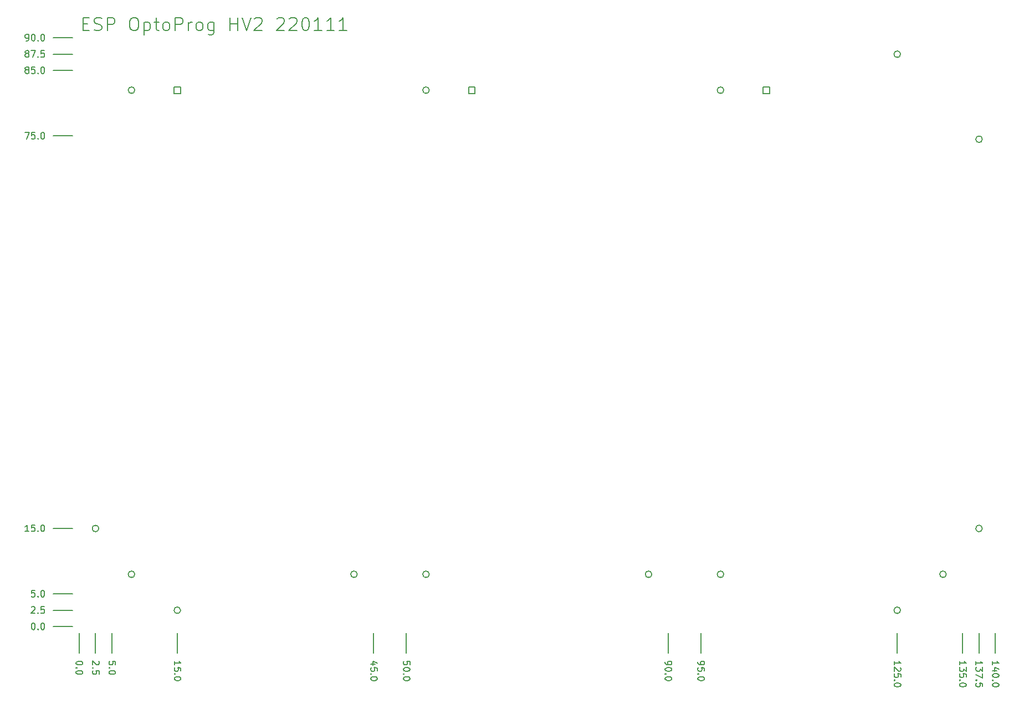
<source format=gbr>
%TF.GenerationSoftware,KiCad,Pcbnew,(5.1.10)-1*%
%TF.CreationDate,2022-01-11T14:09:39+01:00*%
%TF.ProjectId,EspOptoProg Panel,4573704f-7074-46f5-9072-6f672050616e,rev?*%
%TF.SameCoordinates,PXffb3b4c0PY4c4b40*%
%TF.FileFunction,OtherDrawing,Comment*%
%FSLAX46Y46*%
G04 Gerber Fmt 4.6, Leading zero omitted, Abs format (unit mm)*
G04 Created by KiCad (PCBNEW (5.1.10)-1) date 2022-01-11 14:09:39*
%MOMM*%
%LPD*%
G01*
G04 APERTURE LIST*
%ADD10C,0.200000*%
%ADD11C,0.150000*%
G04 APERTURE END LIST*
D10*
X606191Y92142857D02*
X1272858Y92142857D01*
X1558572Y91095238D02*
X606191Y91095238D01*
X606191Y93095238D01*
X1558572Y93095238D01*
X2320477Y91190476D02*
X2606191Y91095238D01*
X3082381Y91095238D01*
X3272858Y91190476D01*
X3368096Y91285714D01*
X3463334Y91476190D01*
X3463334Y91666666D01*
X3368096Y91857142D01*
X3272858Y91952380D01*
X3082381Y92047619D01*
X2701429Y92142857D01*
X2510953Y92238095D01*
X2415715Y92333333D01*
X2320477Y92523809D01*
X2320477Y92714285D01*
X2415715Y92904761D01*
X2510953Y93000000D01*
X2701429Y93095238D01*
X3177620Y93095238D01*
X3463334Y93000000D01*
X4320477Y91095238D02*
X4320477Y93095238D01*
X5082380Y93095238D01*
X5272857Y93000000D01*
X5368095Y92904761D01*
X5463333Y92714285D01*
X5463333Y92428571D01*
X5368095Y92238095D01*
X5272857Y92142857D01*
X5082380Y92047619D01*
X4320477Y92047619D01*
X8225238Y93095238D02*
X8606190Y93095238D01*
X8796666Y93000000D01*
X8987142Y92809523D01*
X9082380Y92428571D01*
X9082380Y91761904D01*
X8987142Y91380952D01*
X8796666Y91190476D01*
X8606190Y91095238D01*
X8225238Y91095238D01*
X8034761Y91190476D01*
X7844285Y91380952D01*
X7749047Y91761904D01*
X7749047Y92428571D01*
X7844285Y92809523D01*
X8034761Y93000000D01*
X8225238Y93095238D01*
X9939523Y92428571D02*
X9939523Y90428571D01*
X9939523Y92333333D02*
X10129999Y92428571D01*
X10510952Y92428571D01*
X10701428Y92333333D01*
X10796666Y92238095D01*
X10891904Y92047619D01*
X10891904Y91476190D01*
X10796666Y91285714D01*
X10701428Y91190476D01*
X10510952Y91095238D01*
X10129999Y91095238D01*
X9939523Y91190476D01*
X11463333Y92428571D02*
X12225238Y92428571D01*
X11749047Y93095238D02*
X11749047Y91380952D01*
X11844285Y91190476D01*
X12034761Y91095238D01*
X12225238Y91095238D01*
X13177619Y91095238D02*
X12987142Y91190476D01*
X12891904Y91285714D01*
X12796666Y91476190D01*
X12796666Y92047619D01*
X12891904Y92238095D01*
X12987142Y92333333D01*
X13177619Y92428571D01*
X13463333Y92428571D01*
X13653809Y92333333D01*
X13749047Y92238095D01*
X13844285Y92047619D01*
X13844285Y91476190D01*
X13749047Y91285714D01*
X13653809Y91190476D01*
X13463333Y91095238D01*
X13177619Y91095238D01*
X14701428Y91095238D02*
X14701428Y93095238D01*
X15463333Y93095238D01*
X15653809Y93000000D01*
X15749047Y92904761D01*
X15844285Y92714285D01*
X15844285Y92428571D01*
X15749047Y92238095D01*
X15653809Y92142857D01*
X15463333Y92047619D01*
X14701428Y92047619D01*
X16701428Y91095238D02*
X16701428Y92428571D01*
X16701428Y92047619D02*
X16796666Y92238095D01*
X16891904Y92333333D01*
X17082380Y92428571D01*
X17272857Y92428571D01*
X18225238Y91095238D02*
X18034761Y91190476D01*
X17939523Y91285714D01*
X17844285Y91476190D01*
X17844285Y92047619D01*
X17939523Y92238095D01*
X18034761Y92333333D01*
X18225238Y92428571D01*
X18510952Y92428571D01*
X18701428Y92333333D01*
X18796666Y92238095D01*
X18891904Y92047619D01*
X18891904Y91476190D01*
X18796666Y91285714D01*
X18701428Y91190476D01*
X18510952Y91095238D01*
X18225238Y91095238D01*
X20606190Y92428571D02*
X20606190Y90809523D01*
X20510952Y90619047D01*
X20415714Y90523809D01*
X20225238Y90428571D01*
X19939523Y90428571D01*
X19749047Y90523809D01*
X20606190Y91190476D02*
X20415714Y91095238D01*
X20034761Y91095238D01*
X19844285Y91190476D01*
X19749047Y91285714D01*
X19653809Y91476190D01*
X19653809Y92047619D01*
X19749047Y92238095D01*
X19844285Y92333333D01*
X20034761Y92428571D01*
X20415714Y92428571D01*
X20606190Y92333333D01*
X23082380Y91095238D02*
X23082380Y93095238D01*
X23082380Y92142857D02*
X24225238Y92142857D01*
X24225238Y91095238D02*
X24225238Y93095238D01*
X24891904Y93095238D02*
X25558571Y91095238D01*
X26225238Y93095238D01*
X26796666Y92904761D02*
X26891904Y93000000D01*
X27082380Y93095238D01*
X27558571Y93095238D01*
X27749047Y93000000D01*
X27844285Y92904761D01*
X27939523Y92714285D01*
X27939523Y92523809D01*
X27844285Y92238095D01*
X26701428Y91095238D01*
X27939523Y91095238D01*
X30225238Y92904761D02*
X30320476Y93000000D01*
X30510952Y93095238D01*
X30987142Y93095238D01*
X31177619Y93000000D01*
X31272857Y92904761D01*
X31368095Y92714285D01*
X31368095Y92523809D01*
X31272857Y92238095D01*
X30129999Y91095238D01*
X31368095Y91095238D01*
X32129999Y92904761D02*
X32225238Y93000000D01*
X32415714Y93095238D01*
X32891904Y93095238D01*
X33082380Y93000000D01*
X33177619Y92904761D01*
X33272857Y92714285D01*
X33272857Y92523809D01*
X33177619Y92238095D01*
X32034761Y91095238D01*
X33272857Y91095238D01*
X34510952Y93095238D02*
X34701428Y93095238D01*
X34891904Y93000000D01*
X34987142Y92904761D01*
X35082380Y92714285D01*
X35177619Y92333333D01*
X35177619Y91857142D01*
X35082380Y91476190D01*
X34987142Y91285714D01*
X34891904Y91190476D01*
X34701428Y91095238D01*
X34510952Y91095238D01*
X34320476Y91190476D01*
X34225238Y91285714D01*
X34129999Y91476190D01*
X34034761Y91857142D01*
X34034761Y92333333D01*
X34129999Y92714285D01*
X34225238Y92904761D01*
X34320476Y93000000D01*
X34510952Y93095238D01*
X37082380Y91095238D02*
X35939523Y91095238D01*
X36510952Y91095238D02*
X36510952Y93095238D01*
X36320476Y92809523D01*
X36129999Y92619047D01*
X35939523Y92523809D01*
X38987142Y91095238D02*
X37844285Y91095238D01*
X38415714Y91095238D02*
X38415714Y93095238D01*
X38225238Y92809523D01*
X38034761Y92619047D01*
X37844285Y92523809D01*
X40891904Y91095238D02*
X39749047Y91095238D01*
X40320476Y91095238D02*
X40320476Y93095238D01*
X40129999Y92809523D01*
X39939523Y92619047D01*
X39749047Y92523809D01*
D11*
X137047619Y-5859404D02*
X137047619Y-5287976D01*
X137047619Y-5573690D02*
X138047619Y-5573690D01*
X137904761Y-5478452D01*
X137809523Y-5383214D01*
X137761904Y-5287976D01*
X138047619Y-6192738D02*
X138047619Y-6811785D01*
X137666666Y-6478452D01*
X137666666Y-6621309D01*
X137619047Y-6716547D01*
X137571428Y-6764166D01*
X137476190Y-6811785D01*
X137238095Y-6811785D01*
X137142857Y-6764166D01*
X137095238Y-6716547D01*
X137047619Y-6621309D01*
X137047619Y-6335595D01*
X137095238Y-6240357D01*
X137142857Y-6192738D01*
X138047619Y-7145119D02*
X138047619Y-7811785D01*
X137047619Y-7383214D01*
X137142857Y-8192738D02*
X137095238Y-8240357D01*
X137047619Y-8192738D01*
X137095238Y-8145119D01*
X137142857Y-8192738D01*
X137047619Y-8192738D01*
X138047619Y-9145119D02*
X138047619Y-8668928D01*
X137571428Y-8621309D01*
X137619047Y-8668928D01*
X137666666Y-8764166D01*
X137666666Y-9002261D01*
X137619047Y-9097500D01*
X137571428Y-9145119D01*
X137476190Y-9192738D01*
X137238095Y-9192738D01*
X137142857Y-9145119D01*
X137095238Y-9097500D01*
X137047619Y-9002261D01*
X137047619Y-8764166D01*
X137095238Y-8668928D01*
X137142857Y-8621309D01*
X137500000Y-1000000D02*
X137500000Y-4000000D01*
X2952381Y-5287976D02*
X3000000Y-5335595D01*
X3047620Y-5430833D01*
X3047620Y-5668928D01*
X3000000Y-5764166D01*
X2952381Y-5811785D01*
X2857143Y-5859404D01*
X2761905Y-5859404D01*
X2619048Y-5811785D01*
X2047620Y-5240357D01*
X2047620Y-5859404D01*
X2142858Y-6287976D02*
X2095239Y-6335595D01*
X2047620Y-6287976D01*
X2095239Y-6240357D01*
X2142858Y-6287976D01*
X2047620Y-6287976D01*
X3047620Y-7240357D02*
X3047620Y-6764166D01*
X2571429Y-6716547D01*
X2619048Y-6764166D01*
X2666667Y-6859404D01*
X2666667Y-7097500D01*
X2619048Y-7192738D01*
X2571429Y-7240357D01*
X2476191Y-7287976D01*
X2238096Y-7287976D01*
X2142858Y-7240357D01*
X2095239Y-7192738D01*
X2047620Y-7097500D01*
X2047620Y-6859404D01*
X2095239Y-6764166D01*
X2142858Y-6716547D01*
X2500000Y-1000000D02*
X2500000Y-4000000D01*
X-7287976Y2952381D02*
X-7240357Y3000000D01*
X-7145119Y3047620D01*
X-6907023Y3047620D01*
X-6811785Y3000000D01*
X-6764166Y2952381D01*
X-6716547Y2857143D01*
X-6716547Y2761905D01*
X-6764166Y2619048D01*
X-7335595Y2047620D01*
X-6716547Y2047620D01*
X-6287976Y2142858D02*
X-6240357Y2095239D01*
X-6287976Y2047620D01*
X-6335595Y2095239D01*
X-6287976Y2142858D01*
X-6287976Y2047620D01*
X-5335595Y3047620D02*
X-5811785Y3047620D01*
X-5859404Y2571429D01*
X-5811785Y2619048D01*
X-5716547Y2666667D01*
X-5478452Y2666667D01*
X-5383214Y2619048D01*
X-5335595Y2571429D01*
X-5287976Y2476191D01*
X-5287976Y2238096D01*
X-5335595Y2142858D01*
X-5383214Y2095239D01*
X-5478452Y2047620D01*
X-5716547Y2047620D01*
X-5811785Y2095239D01*
X-5859404Y2142858D01*
X-1000000Y2500000D02*
X-4000000Y2500000D01*
X-8049880Y87619047D02*
X-8145119Y87666666D01*
X-8192738Y87714285D01*
X-8240357Y87809523D01*
X-8240357Y87857142D01*
X-8192738Y87952380D01*
X-8145119Y88000000D01*
X-8049880Y88047619D01*
X-7859404Y88047619D01*
X-7764166Y88000000D01*
X-7716547Y87952380D01*
X-7668928Y87857142D01*
X-7668928Y87809523D01*
X-7716547Y87714285D01*
X-7764166Y87666666D01*
X-7859404Y87619047D01*
X-8049880Y87619047D01*
X-8145119Y87571428D01*
X-8192738Y87523809D01*
X-8240357Y87428571D01*
X-8240357Y87238095D01*
X-8192738Y87142857D01*
X-8145119Y87095238D01*
X-8049880Y87047619D01*
X-7859404Y87047619D01*
X-7764166Y87095238D01*
X-7716547Y87142857D01*
X-7668928Y87238095D01*
X-7668928Y87428571D01*
X-7716547Y87523809D01*
X-7764166Y87571428D01*
X-7859404Y87619047D01*
X-7335595Y88047619D02*
X-6668928Y88047619D01*
X-7097499Y87047619D01*
X-6287976Y87142857D02*
X-6240357Y87095238D01*
X-6287976Y87047619D01*
X-6335595Y87095238D01*
X-6287976Y87142857D01*
X-6287976Y87047619D01*
X-5335595Y88047619D02*
X-5811785Y88047619D01*
X-5859404Y87571428D01*
X-5811785Y87619047D01*
X-5716547Y87666666D01*
X-5478452Y87666666D01*
X-5383214Y87619047D01*
X-5335595Y87571428D01*
X-5287976Y87476190D01*
X-5287976Y87238095D01*
X-5335595Y87142857D01*
X-5383214Y87095238D01*
X-5478452Y87047619D01*
X-5716547Y87047619D01*
X-5811785Y87095238D01*
X-5859404Y87142857D01*
X-1000000Y87500000D02*
X-4000000Y87500000D01*
X-8287976Y75547619D02*
X-7621309Y75547619D01*
X-8049880Y74547619D01*
X-6764166Y75547619D02*
X-7240357Y75547619D01*
X-7287976Y75071428D01*
X-7240357Y75119047D01*
X-7145119Y75166666D01*
X-6907023Y75166666D01*
X-6811785Y75119047D01*
X-6764166Y75071428D01*
X-6716547Y74976190D01*
X-6716547Y74738095D01*
X-6764166Y74642857D01*
X-6811785Y74595238D01*
X-6907023Y74547619D01*
X-7145119Y74547619D01*
X-7240357Y74595238D01*
X-7287976Y74642857D01*
X-6287976Y74642857D02*
X-6240357Y74595238D01*
X-6287976Y74547619D01*
X-6335595Y74595238D01*
X-6287976Y74642857D01*
X-6287976Y74547619D01*
X-5621309Y75547619D02*
X-5526071Y75547619D01*
X-5430833Y75500000D01*
X-5383214Y75452380D01*
X-5335595Y75357142D01*
X-5287976Y75166666D01*
X-5287976Y74928571D01*
X-5335595Y74738095D01*
X-5383214Y74642857D01*
X-5430833Y74595238D01*
X-5526071Y74547619D01*
X-5621309Y74547619D01*
X-5716547Y74595238D01*
X-5764166Y74642857D01*
X-5811785Y74738095D01*
X-5859404Y74928571D01*
X-5859404Y75166666D01*
X-5811785Y75357142D01*
X-5764166Y75452380D01*
X-5716547Y75500000D01*
X-5621309Y75547619D01*
X-1000000Y75000000D02*
X-4000000Y75000000D01*
X-8049880Y85119047D02*
X-8145119Y85166666D01*
X-8192738Y85214285D01*
X-8240357Y85309523D01*
X-8240357Y85357142D01*
X-8192738Y85452380D01*
X-8145119Y85500000D01*
X-8049880Y85547619D01*
X-7859404Y85547619D01*
X-7764166Y85500000D01*
X-7716547Y85452380D01*
X-7668928Y85357142D01*
X-7668928Y85309523D01*
X-7716547Y85214285D01*
X-7764166Y85166666D01*
X-7859404Y85119047D01*
X-8049880Y85119047D01*
X-8145119Y85071428D01*
X-8192738Y85023809D01*
X-8240357Y84928571D01*
X-8240357Y84738095D01*
X-8192738Y84642857D01*
X-8145119Y84595238D01*
X-8049880Y84547619D01*
X-7859404Y84547619D01*
X-7764166Y84595238D01*
X-7716547Y84642857D01*
X-7668928Y84738095D01*
X-7668928Y84928571D01*
X-7716547Y85023809D01*
X-7764166Y85071428D01*
X-7859404Y85119047D01*
X-6764166Y85547619D02*
X-7240357Y85547619D01*
X-7287976Y85071428D01*
X-7240357Y85119047D01*
X-7145119Y85166666D01*
X-6907023Y85166666D01*
X-6811785Y85119047D01*
X-6764166Y85071428D01*
X-6716547Y84976190D01*
X-6716547Y84738095D01*
X-6764166Y84642857D01*
X-6811785Y84595238D01*
X-6907023Y84547619D01*
X-7145119Y84547619D01*
X-7240357Y84595238D01*
X-7287976Y84642857D01*
X-6287976Y84642857D02*
X-6240357Y84595238D01*
X-6287976Y84547619D01*
X-6335595Y84595238D01*
X-6287976Y84642857D01*
X-6287976Y84547619D01*
X-5621309Y85547619D02*
X-5526071Y85547619D01*
X-5430833Y85500000D01*
X-5383214Y85452380D01*
X-5335595Y85357142D01*
X-5287976Y85166666D01*
X-5287976Y84928571D01*
X-5335595Y84738095D01*
X-5383214Y84642857D01*
X-5430833Y84595238D01*
X-5526071Y84547619D01*
X-5621309Y84547619D01*
X-5716547Y84595238D01*
X-5764166Y84642857D01*
X-5811785Y84738095D01*
X-5859404Y84928571D01*
X-5859404Y85166666D01*
X-5811785Y85357142D01*
X-5764166Y85452380D01*
X-5716547Y85500000D01*
X-5621309Y85547619D01*
X-1000000Y85000000D02*
X-4000000Y85000000D01*
X-8145119Y89547619D02*
X-7954642Y89547619D01*
X-7859404Y89595238D01*
X-7811785Y89642857D01*
X-7716547Y89785714D01*
X-7668928Y89976190D01*
X-7668928Y90357142D01*
X-7716547Y90452380D01*
X-7764166Y90500000D01*
X-7859404Y90547619D01*
X-8049880Y90547619D01*
X-8145119Y90500000D01*
X-8192738Y90452380D01*
X-8240357Y90357142D01*
X-8240357Y90119047D01*
X-8192738Y90023809D01*
X-8145119Y89976190D01*
X-8049880Y89928571D01*
X-7859404Y89928571D01*
X-7764166Y89976190D01*
X-7716547Y90023809D01*
X-7668928Y90119047D01*
X-7049880Y90547619D02*
X-6954642Y90547619D01*
X-6859404Y90500000D01*
X-6811785Y90452380D01*
X-6764166Y90357142D01*
X-6716547Y90166666D01*
X-6716547Y89928571D01*
X-6764166Y89738095D01*
X-6811785Y89642857D01*
X-6859404Y89595238D01*
X-6954642Y89547619D01*
X-7049880Y89547619D01*
X-7145119Y89595238D01*
X-7192738Y89642857D01*
X-7240357Y89738095D01*
X-7287976Y89928571D01*
X-7287976Y90166666D01*
X-7240357Y90357142D01*
X-7192738Y90452380D01*
X-7145119Y90500000D01*
X-7049880Y90547619D01*
X-6287976Y89642857D02*
X-6240357Y89595238D01*
X-6287976Y89547619D01*
X-6335595Y89595238D01*
X-6287976Y89642857D01*
X-6287976Y89547619D01*
X-5621309Y90547619D02*
X-5526071Y90547619D01*
X-5430833Y90500000D01*
X-5383214Y90452380D01*
X-5335595Y90357142D01*
X-5287976Y90166666D01*
X-5287976Y89928571D01*
X-5335595Y89738095D01*
X-5383214Y89642857D01*
X-5430833Y89595238D01*
X-5526071Y89547619D01*
X-5621309Y89547619D01*
X-5716547Y89595238D01*
X-5764166Y89642857D01*
X-5811785Y89738095D01*
X-5859404Y89928571D01*
X-5859404Y90166666D01*
X-5811785Y90357142D01*
X-5764166Y90452380D01*
X-5716547Y90500000D01*
X-5621309Y90547619D01*
X-1000000Y90000000D02*
X-4000000Y90000000D01*
X-7668928Y14547619D02*
X-8240357Y14547619D01*
X-7954642Y14547619D02*
X-7954642Y15547619D01*
X-8049880Y15404761D01*
X-8145119Y15309523D01*
X-8240357Y15261904D01*
X-6764166Y15547619D02*
X-7240357Y15547619D01*
X-7287976Y15071428D01*
X-7240357Y15119047D01*
X-7145119Y15166666D01*
X-6907023Y15166666D01*
X-6811785Y15119047D01*
X-6764166Y15071428D01*
X-6716547Y14976190D01*
X-6716547Y14738095D01*
X-6764166Y14642857D01*
X-6811785Y14595238D01*
X-6907023Y14547619D01*
X-7145119Y14547619D01*
X-7240357Y14595238D01*
X-7287976Y14642857D01*
X-6287976Y14642857D02*
X-6240357Y14595238D01*
X-6287976Y14547619D01*
X-6335595Y14595238D01*
X-6287976Y14642857D01*
X-6287976Y14547619D01*
X-5621309Y15547619D02*
X-5526071Y15547619D01*
X-5430833Y15500000D01*
X-5383214Y15452380D01*
X-5335595Y15357142D01*
X-5287976Y15166666D01*
X-5287976Y14928571D01*
X-5335595Y14738095D01*
X-5383214Y14642857D01*
X-5430833Y14595238D01*
X-5526071Y14547619D01*
X-5621309Y14547619D01*
X-5716547Y14595238D01*
X-5764166Y14642857D01*
X-5811785Y14738095D01*
X-5859404Y14928571D01*
X-5859404Y15166666D01*
X-5811785Y15357142D01*
X-5764166Y15452380D01*
X-5716547Y15500000D01*
X-5621309Y15547619D01*
X-1000000Y15000000D02*
X-4000000Y15000000D01*
X-6764166Y5547619D02*
X-7240357Y5547619D01*
X-7287976Y5071428D01*
X-7240357Y5119047D01*
X-7145119Y5166666D01*
X-6907023Y5166666D01*
X-6811785Y5119047D01*
X-6764166Y5071428D01*
X-6716547Y4976191D01*
X-6716547Y4738096D01*
X-6764166Y4642858D01*
X-6811785Y4595239D01*
X-6907023Y4547620D01*
X-7145119Y4547620D01*
X-7240357Y4595239D01*
X-7287976Y4642858D01*
X-6287976Y4642858D02*
X-6240357Y4595239D01*
X-6287976Y4547620D01*
X-6335595Y4595239D01*
X-6287976Y4642858D01*
X-6287976Y4547620D01*
X-5621309Y5547619D02*
X-5526071Y5547619D01*
X-5430833Y5500000D01*
X-5383214Y5452380D01*
X-5335595Y5357142D01*
X-5287976Y5166666D01*
X-5287976Y4928572D01*
X-5335595Y4738096D01*
X-5383214Y4642858D01*
X-5430833Y4595239D01*
X-5526071Y4547620D01*
X-5621309Y4547620D01*
X-5716547Y4595239D01*
X-5764166Y4642858D01*
X-5811785Y4738096D01*
X-5859404Y4928572D01*
X-5859404Y5166666D01*
X-5811785Y5357142D01*
X-5764166Y5452380D01*
X-5716547Y5500000D01*
X-5621309Y5547619D01*
X-1000000Y5000000D02*
X-4000000Y5000000D01*
X-7049880Y547620D02*
X-6954642Y547620D01*
X-6859404Y500000D01*
X-6811785Y452381D01*
X-6764166Y357143D01*
X-6716547Y166667D01*
X-6716547Y-71428D01*
X-6764166Y-261904D01*
X-6811785Y-357142D01*
X-6859404Y-404761D01*
X-6954642Y-452380D01*
X-7049880Y-452380D01*
X-7145119Y-404761D01*
X-7192738Y-357142D01*
X-7240357Y-261904D01*
X-7287976Y-71428D01*
X-7287976Y166667D01*
X-7240357Y357143D01*
X-7192738Y452381D01*
X-7145119Y500000D01*
X-7049880Y547620D01*
X-6287976Y-357142D02*
X-6240357Y-404761D01*
X-6287976Y-452380D01*
X-6335595Y-404761D01*
X-6287976Y-357142D01*
X-6287976Y-452380D01*
X-5621309Y547620D02*
X-5526071Y547620D01*
X-5430833Y500000D01*
X-5383214Y452381D01*
X-5335595Y357143D01*
X-5287976Y166667D01*
X-5287976Y-71428D01*
X-5335595Y-261904D01*
X-5383214Y-357142D01*
X-5430833Y-404761D01*
X-5526071Y-452380D01*
X-5621309Y-452380D01*
X-5716547Y-404761D01*
X-5764166Y-357142D01*
X-5811785Y-261904D01*
X-5859404Y-71428D01*
X-5859404Y166667D01*
X-5811785Y357143D01*
X-5764166Y452381D01*
X-5716547Y500000D01*
X-5621309Y547620D01*
X-1000000Y0D02*
X-4000000Y0D01*
X139547619Y-5859404D02*
X139547619Y-5287976D01*
X139547619Y-5573690D02*
X140547619Y-5573690D01*
X140404761Y-5478452D01*
X140309523Y-5383214D01*
X140261904Y-5287976D01*
X140214285Y-6716547D02*
X139547619Y-6716547D01*
X140595238Y-6478452D02*
X139880952Y-6240357D01*
X139880952Y-6859404D01*
X140547619Y-7430833D02*
X140547619Y-7526071D01*
X140500000Y-7621309D01*
X140452380Y-7668928D01*
X140357142Y-7716547D01*
X140166666Y-7764166D01*
X139928571Y-7764166D01*
X139738095Y-7716547D01*
X139642857Y-7668928D01*
X139595238Y-7621309D01*
X139547619Y-7526071D01*
X139547619Y-7430833D01*
X139595238Y-7335595D01*
X139642857Y-7287976D01*
X139738095Y-7240357D01*
X139928571Y-7192738D01*
X140166666Y-7192738D01*
X140357142Y-7240357D01*
X140452380Y-7287976D01*
X140500000Y-7335595D01*
X140547619Y-7430833D01*
X139642857Y-8192738D02*
X139595238Y-8240357D01*
X139547619Y-8192738D01*
X139595238Y-8145119D01*
X139642857Y-8192738D01*
X139547619Y-8192738D01*
X140547619Y-8859404D02*
X140547619Y-8954642D01*
X140500000Y-9049880D01*
X140452380Y-9097500D01*
X140357142Y-9145119D01*
X140166666Y-9192738D01*
X139928571Y-9192738D01*
X139738095Y-9145119D01*
X139642857Y-9097500D01*
X139595238Y-9049880D01*
X139547619Y-8954642D01*
X139547619Y-8859404D01*
X139595238Y-8764166D01*
X139642857Y-8716547D01*
X139738095Y-8668928D01*
X139928571Y-8621309D01*
X140166666Y-8621309D01*
X140357142Y-8668928D01*
X140452380Y-8716547D01*
X140500000Y-8764166D01*
X140547619Y-8859404D01*
X140000000Y-1000000D02*
X140000000Y-4000000D01*
X134547619Y-5859404D02*
X134547619Y-5287976D01*
X134547619Y-5573690D02*
X135547619Y-5573690D01*
X135404761Y-5478452D01*
X135309523Y-5383214D01*
X135261904Y-5287976D01*
X135547619Y-6192738D02*
X135547619Y-6811785D01*
X135166666Y-6478452D01*
X135166666Y-6621309D01*
X135119047Y-6716547D01*
X135071428Y-6764166D01*
X134976190Y-6811785D01*
X134738095Y-6811785D01*
X134642857Y-6764166D01*
X134595238Y-6716547D01*
X134547619Y-6621309D01*
X134547619Y-6335595D01*
X134595238Y-6240357D01*
X134642857Y-6192738D01*
X135547619Y-7716547D02*
X135547619Y-7240357D01*
X135071428Y-7192738D01*
X135119047Y-7240357D01*
X135166666Y-7335595D01*
X135166666Y-7573690D01*
X135119047Y-7668928D01*
X135071428Y-7716547D01*
X134976190Y-7764166D01*
X134738095Y-7764166D01*
X134642857Y-7716547D01*
X134595238Y-7668928D01*
X134547619Y-7573690D01*
X134547619Y-7335595D01*
X134595238Y-7240357D01*
X134642857Y-7192738D01*
X134642857Y-8192738D02*
X134595238Y-8240357D01*
X134547619Y-8192738D01*
X134595238Y-8145119D01*
X134642857Y-8192738D01*
X134547619Y-8192738D01*
X135547619Y-8859404D02*
X135547619Y-8954642D01*
X135500000Y-9049880D01*
X135452380Y-9097500D01*
X135357142Y-9145119D01*
X135166666Y-9192738D01*
X134928571Y-9192738D01*
X134738095Y-9145119D01*
X134642857Y-9097500D01*
X134595238Y-9049880D01*
X134547619Y-8954642D01*
X134547619Y-8859404D01*
X134595238Y-8764166D01*
X134642857Y-8716547D01*
X134738095Y-8668928D01*
X134928571Y-8621309D01*
X135166666Y-8621309D01*
X135357142Y-8668928D01*
X135452380Y-8716547D01*
X135500000Y-8764166D01*
X135547619Y-8859404D01*
X135000000Y-1000000D02*
X135000000Y-4000000D01*
X124547619Y-5859404D02*
X124547619Y-5287976D01*
X124547619Y-5573690D02*
X125547619Y-5573690D01*
X125404761Y-5478452D01*
X125309523Y-5383214D01*
X125261904Y-5287976D01*
X125452380Y-6240357D02*
X125500000Y-6287976D01*
X125547619Y-6383214D01*
X125547619Y-6621309D01*
X125500000Y-6716547D01*
X125452380Y-6764166D01*
X125357142Y-6811785D01*
X125261904Y-6811785D01*
X125119047Y-6764166D01*
X124547619Y-6192738D01*
X124547619Y-6811785D01*
X125547619Y-7716547D02*
X125547619Y-7240357D01*
X125071428Y-7192738D01*
X125119047Y-7240357D01*
X125166666Y-7335595D01*
X125166666Y-7573690D01*
X125119047Y-7668928D01*
X125071428Y-7716547D01*
X124976190Y-7764166D01*
X124738095Y-7764166D01*
X124642857Y-7716547D01*
X124595238Y-7668928D01*
X124547619Y-7573690D01*
X124547619Y-7335595D01*
X124595238Y-7240357D01*
X124642857Y-7192738D01*
X124642857Y-8192738D02*
X124595238Y-8240357D01*
X124547619Y-8192738D01*
X124595238Y-8145119D01*
X124642857Y-8192738D01*
X124547619Y-8192738D01*
X125547619Y-8859404D02*
X125547619Y-8954642D01*
X125500000Y-9049880D01*
X125452380Y-9097500D01*
X125357142Y-9145119D01*
X125166666Y-9192738D01*
X124928571Y-9192738D01*
X124738095Y-9145119D01*
X124642857Y-9097500D01*
X124595238Y-9049880D01*
X124547619Y-8954642D01*
X124547619Y-8859404D01*
X124595238Y-8764166D01*
X124642857Y-8716547D01*
X124738095Y-8668928D01*
X124928571Y-8621309D01*
X125166666Y-8621309D01*
X125357142Y-8668928D01*
X125452380Y-8716547D01*
X125500000Y-8764166D01*
X125547619Y-8859404D01*
X125000000Y-1000000D02*
X125000000Y-4000000D01*
X94547619Y-5383214D02*
X94547619Y-5573690D01*
X94595238Y-5668928D01*
X94642857Y-5716547D01*
X94785714Y-5811785D01*
X94976190Y-5859404D01*
X95357142Y-5859404D01*
X95452380Y-5811785D01*
X95500000Y-5764166D01*
X95547619Y-5668928D01*
X95547619Y-5478452D01*
X95500000Y-5383214D01*
X95452380Y-5335595D01*
X95357142Y-5287976D01*
X95119047Y-5287976D01*
X95023809Y-5335595D01*
X94976190Y-5383214D01*
X94928571Y-5478452D01*
X94928571Y-5668928D01*
X94976190Y-5764166D01*
X95023809Y-5811785D01*
X95119047Y-5859404D01*
X95547619Y-6764166D02*
X95547619Y-6287976D01*
X95071428Y-6240357D01*
X95119047Y-6287976D01*
X95166666Y-6383214D01*
X95166666Y-6621309D01*
X95119047Y-6716547D01*
X95071428Y-6764166D01*
X94976190Y-6811785D01*
X94738095Y-6811785D01*
X94642857Y-6764166D01*
X94595238Y-6716547D01*
X94547619Y-6621309D01*
X94547619Y-6383214D01*
X94595238Y-6287976D01*
X94642857Y-6240357D01*
X94642857Y-7240357D02*
X94595238Y-7287976D01*
X94547619Y-7240357D01*
X94595238Y-7192738D01*
X94642857Y-7240357D01*
X94547619Y-7240357D01*
X95547619Y-7907023D02*
X95547619Y-8002261D01*
X95500000Y-8097500D01*
X95452380Y-8145119D01*
X95357142Y-8192738D01*
X95166666Y-8240357D01*
X94928571Y-8240357D01*
X94738095Y-8192738D01*
X94642857Y-8145119D01*
X94595238Y-8097500D01*
X94547619Y-8002261D01*
X94547619Y-7907023D01*
X94595238Y-7811785D01*
X94642857Y-7764166D01*
X94738095Y-7716547D01*
X94928571Y-7668928D01*
X95166666Y-7668928D01*
X95357142Y-7716547D01*
X95452380Y-7764166D01*
X95500000Y-7811785D01*
X95547619Y-7907023D01*
X95000000Y-1000000D02*
X95000000Y-4000000D01*
X89547619Y-5383214D02*
X89547619Y-5573690D01*
X89595238Y-5668928D01*
X89642857Y-5716547D01*
X89785714Y-5811785D01*
X89976190Y-5859404D01*
X90357142Y-5859404D01*
X90452380Y-5811785D01*
X90500000Y-5764166D01*
X90547619Y-5668928D01*
X90547619Y-5478452D01*
X90500000Y-5383214D01*
X90452380Y-5335595D01*
X90357142Y-5287976D01*
X90119047Y-5287976D01*
X90023809Y-5335595D01*
X89976190Y-5383214D01*
X89928571Y-5478452D01*
X89928571Y-5668928D01*
X89976190Y-5764166D01*
X90023809Y-5811785D01*
X90119047Y-5859404D01*
X90547619Y-6478452D02*
X90547619Y-6573690D01*
X90500000Y-6668928D01*
X90452380Y-6716547D01*
X90357142Y-6764166D01*
X90166666Y-6811785D01*
X89928571Y-6811785D01*
X89738095Y-6764166D01*
X89642857Y-6716547D01*
X89595238Y-6668928D01*
X89547619Y-6573690D01*
X89547619Y-6478452D01*
X89595238Y-6383214D01*
X89642857Y-6335595D01*
X89738095Y-6287976D01*
X89928571Y-6240357D01*
X90166666Y-6240357D01*
X90357142Y-6287976D01*
X90452380Y-6335595D01*
X90500000Y-6383214D01*
X90547619Y-6478452D01*
X89642857Y-7240357D02*
X89595238Y-7287976D01*
X89547619Y-7240357D01*
X89595238Y-7192738D01*
X89642857Y-7240357D01*
X89547619Y-7240357D01*
X90547619Y-7907023D02*
X90547619Y-8002261D01*
X90500000Y-8097500D01*
X90452380Y-8145119D01*
X90357142Y-8192738D01*
X90166666Y-8240357D01*
X89928571Y-8240357D01*
X89738095Y-8192738D01*
X89642857Y-8145119D01*
X89595238Y-8097500D01*
X89547619Y-8002261D01*
X89547619Y-7907023D01*
X89595238Y-7811785D01*
X89642857Y-7764166D01*
X89738095Y-7716547D01*
X89928571Y-7668928D01*
X90166666Y-7668928D01*
X90357142Y-7716547D01*
X90452380Y-7764166D01*
X90500000Y-7811785D01*
X90547619Y-7907023D01*
X90000000Y-1000000D02*
X90000000Y-4000000D01*
X50547619Y-5811785D02*
X50547619Y-5335595D01*
X50071428Y-5287976D01*
X50119047Y-5335595D01*
X50166666Y-5430833D01*
X50166666Y-5668928D01*
X50119047Y-5764166D01*
X50071428Y-5811785D01*
X49976190Y-5859404D01*
X49738095Y-5859404D01*
X49642857Y-5811785D01*
X49595238Y-5764166D01*
X49547619Y-5668928D01*
X49547619Y-5430833D01*
X49595238Y-5335595D01*
X49642857Y-5287976D01*
X50547619Y-6478452D02*
X50547619Y-6573690D01*
X50500000Y-6668928D01*
X50452380Y-6716547D01*
X50357142Y-6764166D01*
X50166666Y-6811785D01*
X49928571Y-6811785D01*
X49738095Y-6764166D01*
X49642857Y-6716547D01*
X49595238Y-6668928D01*
X49547619Y-6573690D01*
X49547619Y-6478452D01*
X49595238Y-6383214D01*
X49642857Y-6335595D01*
X49738095Y-6287976D01*
X49928571Y-6240357D01*
X50166666Y-6240357D01*
X50357142Y-6287976D01*
X50452380Y-6335595D01*
X50500000Y-6383214D01*
X50547619Y-6478452D01*
X49642857Y-7240357D02*
X49595238Y-7287976D01*
X49547619Y-7240357D01*
X49595238Y-7192738D01*
X49642857Y-7240357D01*
X49547619Y-7240357D01*
X50547619Y-7907023D02*
X50547619Y-8002261D01*
X50500000Y-8097500D01*
X50452380Y-8145119D01*
X50357142Y-8192738D01*
X50166666Y-8240357D01*
X49928571Y-8240357D01*
X49738095Y-8192738D01*
X49642857Y-8145119D01*
X49595238Y-8097500D01*
X49547619Y-8002261D01*
X49547619Y-7907023D01*
X49595238Y-7811785D01*
X49642857Y-7764166D01*
X49738095Y-7716547D01*
X49928571Y-7668928D01*
X50166666Y-7668928D01*
X50357142Y-7716547D01*
X50452380Y-7764166D01*
X50500000Y-7811785D01*
X50547619Y-7907023D01*
X50000000Y-1000000D02*
X50000000Y-4000000D01*
X45214285Y-5764166D02*
X44547619Y-5764166D01*
X45595238Y-5526071D02*
X44880952Y-5287976D01*
X44880952Y-5907023D01*
X45547619Y-6764166D02*
X45547619Y-6287976D01*
X45071428Y-6240357D01*
X45119047Y-6287976D01*
X45166666Y-6383214D01*
X45166666Y-6621309D01*
X45119047Y-6716547D01*
X45071428Y-6764166D01*
X44976190Y-6811785D01*
X44738095Y-6811785D01*
X44642857Y-6764166D01*
X44595238Y-6716547D01*
X44547619Y-6621309D01*
X44547619Y-6383214D01*
X44595238Y-6287976D01*
X44642857Y-6240357D01*
X44642857Y-7240357D02*
X44595238Y-7287976D01*
X44547619Y-7240357D01*
X44595238Y-7192738D01*
X44642857Y-7240357D01*
X44547619Y-7240357D01*
X45547619Y-7907023D02*
X45547619Y-8002261D01*
X45500000Y-8097500D01*
X45452380Y-8145119D01*
X45357142Y-8192738D01*
X45166666Y-8240357D01*
X44928571Y-8240357D01*
X44738095Y-8192738D01*
X44642857Y-8145119D01*
X44595238Y-8097500D01*
X44547619Y-8002261D01*
X44547619Y-7907023D01*
X44595238Y-7811785D01*
X44642857Y-7764166D01*
X44738095Y-7716547D01*
X44928571Y-7668928D01*
X45166666Y-7668928D01*
X45357142Y-7716547D01*
X45452380Y-7764166D01*
X45500000Y-7811785D01*
X45547619Y-7907023D01*
X45000000Y-1000000D02*
X45000000Y-4000000D01*
X14547619Y-5859404D02*
X14547619Y-5287976D01*
X14547619Y-5573690D02*
X15547619Y-5573690D01*
X15404761Y-5478452D01*
X15309523Y-5383214D01*
X15261904Y-5287976D01*
X15547619Y-6764166D02*
X15547619Y-6287976D01*
X15071428Y-6240357D01*
X15119047Y-6287976D01*
X15166666Y-6383214D01*
X15166666Y-6621309D01*
X15119047Y-6716547D01*
X15071428Y-6764166D01*
X14976190Y-6811785D01*
X14738095Y-6811785D01*
X14642857Y-6764166D01*
X14595238Y-6716547D01*
X14547619Y-6621309D01*
X14547619Y-6383214D01*
X14595238Y-6287976D01*
X14642857Y-6240357D01*
X14642857Y-7240357D02*
X14595238Y-7287976D01*
X14547619Y-7240357D01*
X14595238Y-7192738D01*
X14642857Y-7240357D01*
X14547619Y-7240357D01*
X15547619Y-7907023D02*
X15547619Y-8002261D01*
X15500000Y-8097500D01*
X15452380Y-8145119D01*
X15357142Y-8192738D01*
X15166666Y-8240357D01*
X14928571Y-8240357D01*
X14738095Y-8192738D01*
X14642857Y-8145119D01*
X14595238Y-8097500D01*
X14547619Y-8002261D01*
X14547619Y-7907023D01*
X14595238Y-7811785D01*
X14642857Y-7764166D01*
X14738095Y-7716547D01*
X14928571Y-7668928D01*
X15166666Y-7668928D01*
X15357142Y-7716547D01*
X15452380Y-7764166D01*
X15500000Y-7811785D01*
X15547619Y-7907023D01*
X5547619Y-5811785D02*
X5547619Y-5335595D01*
X5071428Y-5287976D01*
X5119047Y-5335595D01*
X5166666Y-5430833D01*
X5166666Y-5668928D01*
X5119047Y-5764166D01*
X5071428Y-5811785D01*
X4976191Y-5859404D01*
X4738096Y-5859404D01*
X4642858Y-5811785D01*
X4595239Y-5764166D01*
X4547620Y-5668928D01*
X4547620Y-5430833D01*
X4595239Y-5335595D01*
X4642858Y-5287976D01*
X4642858Y-6287976D02*
X4595239Y-6335595D01*
X4547620Y-6287976D01*
X4595239Y-6240357D01*
X4642858Y-6287976D01*
X4547620Y-6287976D01*
X5547619Y-6954642D02*
X5547619Y-7049880D01*
X5500000Y-7145119D01*
X5452380Y-7192738D01*
X5357142Y-7240357D01*
X5166666Y-7287976D01*
X4928572Y-7287976D01*
X4738096Y-7240357D01*
X4642858Y-7192738D01*
X4595239Y-7145119D01*
X4547620Y-7049880D01*
X4547620Y-6954642D01*
X4595239Y-6859404D01*
X4642858Y-6811785D01*
X4738096Y-6764166D01*
X4928572Y-6716547D01*
X5166666Y-6716547D01*
X5357142Y-6764166D01*
X5452380Y-6811785D01*
X5500000Y-6859404D01*
X5547619Y-6954642D01*
X547620Y-5526071D02*
X547620Y-5621309D01*
X500000Y-5716547D01*
X452381Y-5764166D01*
X357143Y-5811785D01*
X166667Y-5859404D01*
X-71428Y-5859404D01*
X-261904Y-5811785D01*
X-357142Y-5764166D01*
X-404761Y-5716547D01*
X-452380Y-5621309D01*
X-452380Y-5526071D01*
X-404761Y-5430833D01*
X-357142Y-5383214D01*
X-261904Y-5335595D01*
X-71428Y-5287976D01*
X166667Y-5287976D01*
X357143Y-5335595D01*
X452381Y-5383214D01*
X500000Y-5430833D01*
X547620Y-5526071D01*
X-357142Y-6287976D02*
X-404761Y-6335595D01*
X-452380Y-6287976D01*
X-404761Y-6240357D01*
X-357142Y-6287976D01*
X-452380Y-6287976D01*
X547620Y-6954642D02*
X547620Y-7049880D01*
X500000Y-7145119D01*
X452381Y-7192738D01*
X357143Y-7240357D01*
X166667Y-7287976D01*
X-71428Y-7287976D01*
X-261904Y-7240357D01*
X-357142Y-7192738D01*
X-404761Y-7145119D01*
X-452380Y-7049880D01*
X-452380Y-6954642D01*
X-404761Y-6859404D01*
X-357142Y-6811785D01*
X-261904Y-6764166D01*
X-71428Y-6716547D01*
X166667Y-6716547D01*
X357143Y-6764166D01*
X452381Y-6811785D01*
X500000Y-6859404D01*
X547620Y-6954642D01*
X15000000Y-1000000D02*
X15000000Y-4000000D01*
X5000000Y-1000000D02*
X5000000Y-4000000D01*
X0Y-1000000D02*
X0Y-4000000D01*
X125500000Y87500000D02*
G75*
G03*
X125500000Y87500000I-500000J0D01*
G01*
X138000000Y74500000D02*
G75*
G03*
X138000000Y74500000I-500000J0D01*
G01*
X138000000Y15000000D02*
G75*
G03*
X138000000Y15000000I-500000J0D01*
G01*
X125500000Y2500000D02*
G75*
G03*
X125500000Y2500000I-500000J0D01*
G01*
X15500000Y2500000D02*
G75*
G03*
X15500000Y2500000I-500000J0D01*
G01*
X3000000Y15000000D02*
G75*
G03*
X3000000Y15000000I-500000J0D01*
G01*
X14500000Y81500000D02*
X14500000Y82500000D01*
X15500000Y81500000D02*
X14500000Y81500000D01*
X15500000Y82500000D02*
X15500000Y81500000D01*
X14500000Y82500000D02*
X15500000Y82500000D01*
X42500000Y8000000D02*
G75*
G03*
X42500000Y8000000I-500000J0D01*
G01*
X8500000Y8000000D02*
G75*
G03*
X8500000Y8000000I-500000J0D01*
G01*
X8500000Y82000000D02*
G75*
G03*
X8500000Y82000000I-500000J0D01*
G01*
X59500000Y81500000D02*
X59500000Y82500000D01*
X60500000Y81500000D02*
X59500000Y81500000D01*
X60500000Y82500000D02*
X60500000Y81500000D01*
X59500000Y82500000D02*
X60500000Y82500000D01*
X87500000Y8000000D02*
G75*
G03*
X87500000Y8000000I-500000J0D01*
G01*
X53500000Y8000000D02*
G75*
G03*
X53500000Y8000000I-500000J0D01*
G01*
X53500000Y82000000D02*
G75*
G03*
X53500000Y82000000I-500000J0D01*
G01*
X104500000Y81500000D02*
X104500000Y82500000D01*
X105500000Y81500000D02*
X104500000Y81500000D01*
X105500000Y82500000D02*
X105500000Y81500000D01*
X104500000Y82500000D02*
X105500000Y82500000D01*
X132500000Y8000000D02*
G75*
G03*
X132500000Y8000000I-500000J0D01*
G01*
X98500000Y8000000D02*
G75*
G03*
X98500000Y8000000I-500000J0D01*
G01*
X98500000Y82000000D02*
G75*
G03*
X98500000Y82000000I-500000J0D01*
G01*
M02*

</source>
